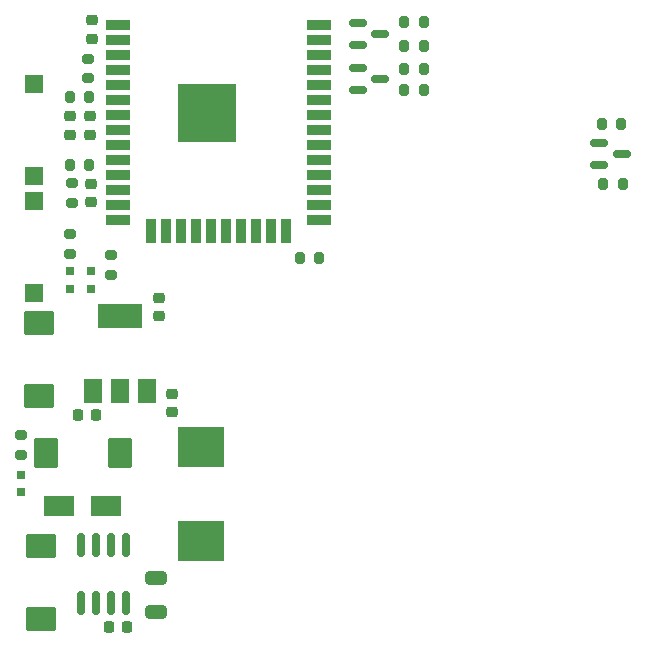
<source format=gbr>
%TF.GenerationSoftware,KiCad,Pcbnew,(6.0.1)*%
%TF.CreationDate,2023-01-01T21:05:58-08:00*%
%TF.ProjectId,ESP32 Protoboard - Small R1,45535033-3220-4507-926f-746f626f6172,rev?*%
%TF.SameCoordinates,Original*%
%TF.FileFunction,Paste,Top*%
%TF.FilePolarity,Positive*%
%FSLAX46Y46*%
G04 Gerber Fmt 4.6, Leading zero omitted, Abs format (unit mm)*
G04 Created by KiCad (PCBNEW (6.0.1)) date 2023-01-01 21:05:58*
%MOMM*%
%LPD*%
G01*
G04 APERTURE LIST*
G04 Aperture macros list*
%AMRoundRect*
0 Rectangle with rounded corners*
0 $1 Rounding radius*
0 $2 $3 $4 $5 $6 $7 $8 $9 X,Y pos of 4 corners*
0 Add a 4 corners polygon primitive as box body*
4,1,4,$2,$3,$4,$5,$6,$7,$8,$9,$2,$3,0*
0 Add four circle primitives for the rounded corners*
1,1,$1+$1,$2,$3*
1,1,$1+$1,$4,$5*
1,1,$1+$1,$6,$7*
1,1,$1+$1,$8,$9*
0 Add four rect primitives between the rounded corners*
20,1,$1+$1,$2,$3,$4,$5,0*
20,1,$1+$1,$4,$5,$6,$7,0*
20,1,$1+$1,$6,$7,$8,$9,0*
20,1,$1+$1,$8,$9,$2,$3,0*%
G04 Aperture macros list end*
%ADD10R,0.800000X0.800000*%
%ADD11RoundRect,0.200000X0.275000X-0.200000X0.275000X0.200000X-0.275000X0.200000X-0.275000X-0.200000X0*%
%ADD12RoundRect,0.200000X0.200000X0.275000X-0.200000X0.275000X-0.200000X-0.275000X0.200000X-0.275000X0*%
%ADD13R,1.500000X1.500000*%
%ADD14RoundRect,0.200000X-0.275000X0.200000X-0.275000X-0.200000X0.275000X-0.200000X0.275000X0.200000X0*%
%ADD15RoundRect,0.225000X0.225000X0.250000X-0.225000X0.250000X-0.225000X-0.250000X0.225000X-0.250000X0*%
%ADD16RoundRect,0.225000X0.250000X-0.225000X0.250000X0.225000X-0.250000X0.225000X-0.250000X-0.225000X0*%
%ADD17RoundRect,0.250000X0.650000X-0.325000X0.650000X0.325000X-0.650000X0.325000X-0.650000X-0.325000X0*%
%ADD18RoundRect,0.150000X0.150000X-0.825000X0.150000X0.825000X-0.150000X0.825000X-0.150000X-0.825000X0*%
%ADD19RoundRect,0.250000X0.787500X1.025000X-0.787500X1.025000X-0.787500X-1.025000X0.787500X-1.025000X0*%
%ADD20RoundRect,0.250000X1.025000X-0.787500X1.025000X0.787500X-1.025000X0.787500X-1.025000X-0.787500X0*%
%ADD21RoundRect,0.250000X-1.025000X0.787500X-1.025000X-0.787500X1.025000X-0.787500X1.025000X0.787500X0*%
%ADD22RoundRect,0.225000X-0.250000X0.225000X-0.250000X-0.225000X0.250000X-0.225000X0.250000X0.225000X0*%
%ADD23R,1.500000X2.000000*%
%ADD24R,3.800000X2.000000*%
%ADD25RoundRect,0.200000X-0.200000X-0.275000X0.200000X-0.275000X0.200000X0.275000X-0.200000X0.275000X0*%
%ADD26R,2.500000X1.800000*%
%ADD27R,2.000000X0.900000*%
%ADD28R,0.900000X2.000000*%
%ADD29R,5.000000X5.000000*%
%ADD30R,4.000000X3.500000*%
%ADD31RoundRect,0.150000X-0.587500X-0.150000X0.587500X-0.150000X0.587500X0.150000X-0.587500X0.150000X0*%
G04 APERTURE END LIST*
D10*
%TO.C,D12*%
X5207000Y-24118000D03*
X5207000Y-22618000D03*
%TD*%
D11*
%TO.C,R10*%
X5207000Y-21145000D03*
X5207000Y-19495000D03*
%TD*%
D12*
%TO.C,R14*%
X51826000Y-10160000D03*
X50176000Y-10160000D03*
%TD*%
D13*
%TO.C,SW1*%
X2159000Y-6768000D03*
X2159000Y-14568000D03*
%TD*%
D14*
%TO.C,R6*%
X5334000Y-15177000D03*
X5334000Y-16827000D03*
%TD*%
D15*
%TO.C,C3*%
X7379000Y-34798000D03*
X5829000Y-34798000D03*
%TD*%
D16*
%TO.C,C11*%
X12700000Y-26429000D03*
X12700000Y-24879000D03*
%TD*%
D17*
%TO.C,C2*%
X12446000Y-51513000D03*
X12446000Y-48563000D03*
%TD*%
D10*
%TO.C,D8*%
X6985000Y-24118000D03*
X6985000Y-22618000D03*
%TD*%
D11*
%TO.C,R4*%
X6731000Y-6286000D03*
X6731000Y-4636000D03*
%TD*%
D12*
%TO.C,R15*%
X51953000Y-15277500D03*
X50303000Y-15277500D03*
%TD*%
%TO.C,R5*%
X26257000Y-21500000D03*
X24607000Y-21500000D03*
%TD*%
D10*
%TO.C,D7*%
X1016000Y-41338000D03*
X1016000Y-39838000D03*
%TD*%
D18*
%TO.C,U2*%
X6096000Y-50717000D03*
X7366000Y-50717000D03*
X8636000Y-50717000D03*
X9906000Y-50717000D03*
X9906000Y-45767000D03*
X8636000Y-45767000D03*
X7366000Y-45767000D03*
X6096000Y-45767000D03*
%TD*%
D13*
%TO.C,SW2*%
X2159000Y-16674000D03*
X2159000Y-24474000D03*
%TD*%
D19*
%TO.C,C4*%
X9363500Y-37992000D03*
X3138500Y-37992000D03*
%TD*%
D11*
%TO.C,R26*%
X1016000Y-38163000D03*
X1016000Y-36513000D03*
%TD*%
D20*
%TO.C,C7*%
X2751000Y-52104500D03*
X2751000Y-45879500D03*
%TD*%
D21*
%TO.C,C10*%
X2540000Y-26986500D03*
X2540000Y-33211500D03*
%TD*%
D16*
%TO.C,C9*%
X7000000Y-2934000D03*
X7000000Y-1384000D03*
%TD*%
D22*
%TO.C,C8*%
X5207000Y-9512000D03*
X5207000Y-11062000D03*
%TD*%
D23*
%TO.C,U3*%
X7098000Y-32741000D03*
X9398000Y-32741000D03*
D24*
X9398000Y-26441000D03*
D23*
X11698000Y-32741000D03*
%TD*%
D11*
%TO.C,R27*%
X8636000Y-22923000D03*
X8636000Y-21273000D03*
%TD*%
D22*
%TO.C,C6*%
X13843000Y-33007000D03*
X13843000Y-34557000D03*
%TD*%
D15*
%TO.C,C5*%
X10026000Y-52742000D03*
X8476000Y-52742000D03*
%TD*%
D25*
%TO.C,R7*%
X5144000Y-13589000D03*
X6794000Y-13589000D03*
%TD*%
%TO.C,R3*%
X5144000Y-7874000D03*
X6794000Y-7874000D03*
%TD*%
D26*
%TO.C,D1*%
X8251000Y-42492000D03*
X4251000Y-42492000D03*
%TD*%
D27*
%TO.C,U1*%
X9250000Y-1745000D03*
X9250000Y-3015000D03*
X9250000Y-4285000D03*
X9250000Y-5555000D03*
X9250000Y-6825000D03*
X9250000Y-8095000D03*
X9250000Y-9365000D03*
X9250000Y-10635000D03*
X9250000Y-11905000D03*
X9250000Y-13175000D03*
X9250000Y-14445000D03*
X9250000Y-15715000D03*
X9250000Y-16985000D03*
X9250000Y-18255000D03*
D28*
X12035000Y-19255000D03*
X13305000Y-19255000D03*
X14575000Y-19255000D03*
X15845000Y-19255000D03*
X17115000Y-19255000D03*
X18385000Y-19255000D03*
X19655000Y-19255000D03*
X20925000Y-19255000D03*
X22195000Y-19255000D03*
X23465000Y-19255000D03*
D27*
X26250000Y-18255000D03*
X26250000Y-16985000D03*
X26250000Y-15715000D03*
X26250000Y-14445000D03*
X26250000Y-13175000D03*
X26250000Y-11905000D03*
X26250000Y-10635000D03*
X26250000Y-9365000D03*
X26250000Y-8095000D03*
X26250000Y-6825000D03*
X26250000Y-5555000D03*
X26250000Y-4285000D03*
X26250000Y-3015000D03*
X26250000Y-1745000D03*
D29*
X16750000Y-9245000D03*
%TD*%
D30*
%TO.C,L1*%
X16251000Y-45492000D03*
X16251000Y-37492000D03*
%TD*%
D25*
%TO.C,R2*%
X33465000Y-3556000D03*
X35115000Y-3556000D03*
%TD*%
D22*
%TO.C,C13*%
X6985000Y-15227000D03*
X6985000Y-16777000D03*
%TD*%
D25*
%TO.C,R1*%
X33465000Y-1524000D03*
X35115000Y-1524000D03*
%TD*%
%TO.C,R8*%
X33465000Y-7239000D03*
X35115000Y-7239000D03*
%TD*%
D31*
%TO.C,D3*%
X29542500Y-1590000D03*
X29542500Y-3490000D03*
X31417500Y-2540000D03*
%TD*%
D25*
%TO.C,R9*%
X33465000Y-5461000D03*
X35115000Y-5461000D03*
%TD*%
D31*
%TO.C,D2*%
X49989500Y-11750000D03*
X49989500Y-13650000D03*
X51864500Y-12700000D03*
%TD*%
D22*
%TO.C,C12*%
X6858000Y-9512000D03*
X6858000Y-11062000D03*
%TD*%
D31*
%TO.C,D4*%
X29542500Y-5400000D03*
X29542500Y-7300000D03*
X31417500Y-6350000D03*
%TD*%
M02*

</source>
